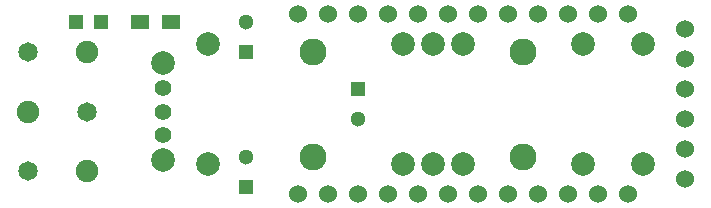
<source format=gts>
G04 #@! TF.FileFunction,Soldermask,Top*
%FSLAX46Y46*%
G04 Gerber Fmt 4.6, Leading zero omitted, Abs format (unit mm)*
G04 Created by KiCad (PCBNEW no-vcs-found-product) date Thu 23 Jul 2015 04:44:35 PM CDT*
%MOMM*%
G01*
G04 APERTURE LIST*
%ADD10C,0.127000*%
%ADD11R,1.300000X1.300000*%
%ADD12C,1.300000*%
%ADD13C,1.900000*%
%ADD14C,1.650000*%
%ADD15C,2.286000*%
%ADD16C,1.998980*%
%ADD17C,1.397000*%
%ADD18C,2.000000*%
%ADD19C,1.524000*%
%ADD20R,1.198880X1.198880*%
%ADD21R,1.501140X1.198880*%
G04 APERTURE END LIST*
D10*
D11*
X151765000Y-120650000D03*
D12*
X151765000Y-118150000D03*
D11*
X151765000Y-109220000D03*
D12*
X151765000Y-106720000D03*
D11*
X161290000Y-112395000D03*
D12*
X161290000Y-114895000D03*
D13*
X133350000Y-114300000D03*
X138350000Y-119300000D03*
X138350000Y-109300000D03*
D14*
X133350000Y-119300000D03*
X133350000Y-109300000D03*
X138350000Y-114300000D03*
D15*
X175260000Y-118110000D03*
X175260000Y-109220000D03*
D16*
X185420000Y-118745000D03*
X185420000Y-108585000D03*
X180340000Y-108585000D03*
X180340000Y-118745000D03*
X148590000Y-108585000D03*
X148590000Y-118745000D03*
X165100000Y-118745000D03*
X165100000Y-108585000D03*
X170180000Y-118745000D03*
X170180000Y-108585000D03*
X167640000Y-108585000D03*
X167640000Y-118745000D03*
D17*
X144780000Y-114300000D03*
X144780000Y-116300000D03*
X144780000Y-112300000D03*
D18*
X144780000Y-110200000D03*
X144780000Y-118400000D03*
D19*
X188976000Y-107315000D03*
X188976000Y-109855000D03*
X188976000Y-112395000D03*
X188976000Y-114935000D03*
X188976000Y-117475000D03*
X188976000Y-120015000D03*
D20*
X139479020Y-106680000D03*
X137380980Y-106680000D03*
D21*
X142844520Y-106680000D03*
X145445480Y-106680000D03*
D19*
X171450000Y-106045000D03*
X168910000Y-106045000D03*
X166370000Y-106045000D03*
X163830000Y-106045000D03*
X161290000Y-106045000D03*
X158750000Y-106045000D03*
X156210000Y-106045000D03*
X173990000Y-106045000D03*
X176530000Y-106045000D03*
X179070000Y-106045000D03*
X181610000Y-106045000D03*
X184150000Y-106045000D03*
X184150000Y-121285000D03*
X181610000Y-121285000D03*
X179070000Y-121285000D03*
X176530000Y-121285000D03*
X173990000Y-121285000D03*
X168910000Y-121285000D03*
X171450000Y-121285000D03*
X166370000Y-121285000D03*
X163830000Y-121285000D03*
X161290000Y-121285000D03*
X158750000Y-121285000D03*
X156210000Y-121285000D03*
D15*
X157480000Y-118110000D03*
X157480000Y-109220000D03*
M02*

</source>
